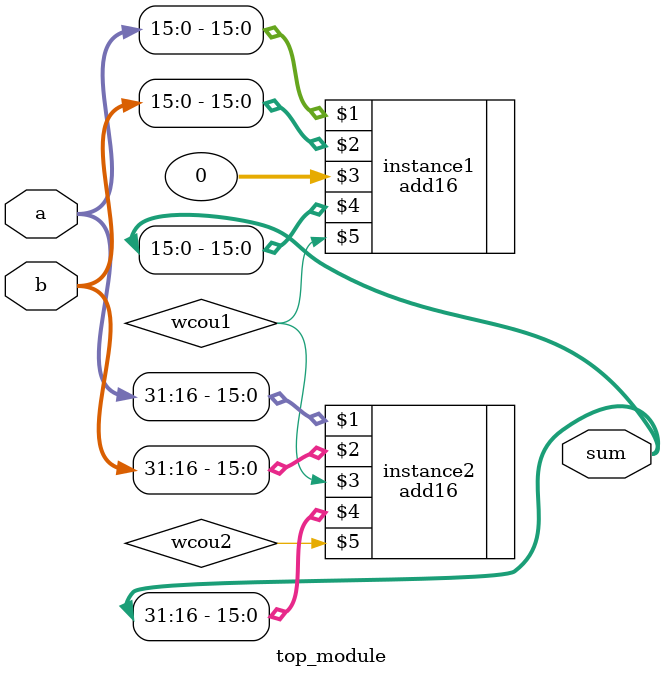
<source format=v>
module top_module(
    input  [31:0]a,b,
    output [31:0]sum
);

wire wcou1,wcou2;
add16 instance1(a[15:0],b[15:0],0,sum[15:0],wcou1);
add16 instance2(a[31:16],b[31:16],wcou1,sum[31:16],wcou2);




endmodule

</source>
